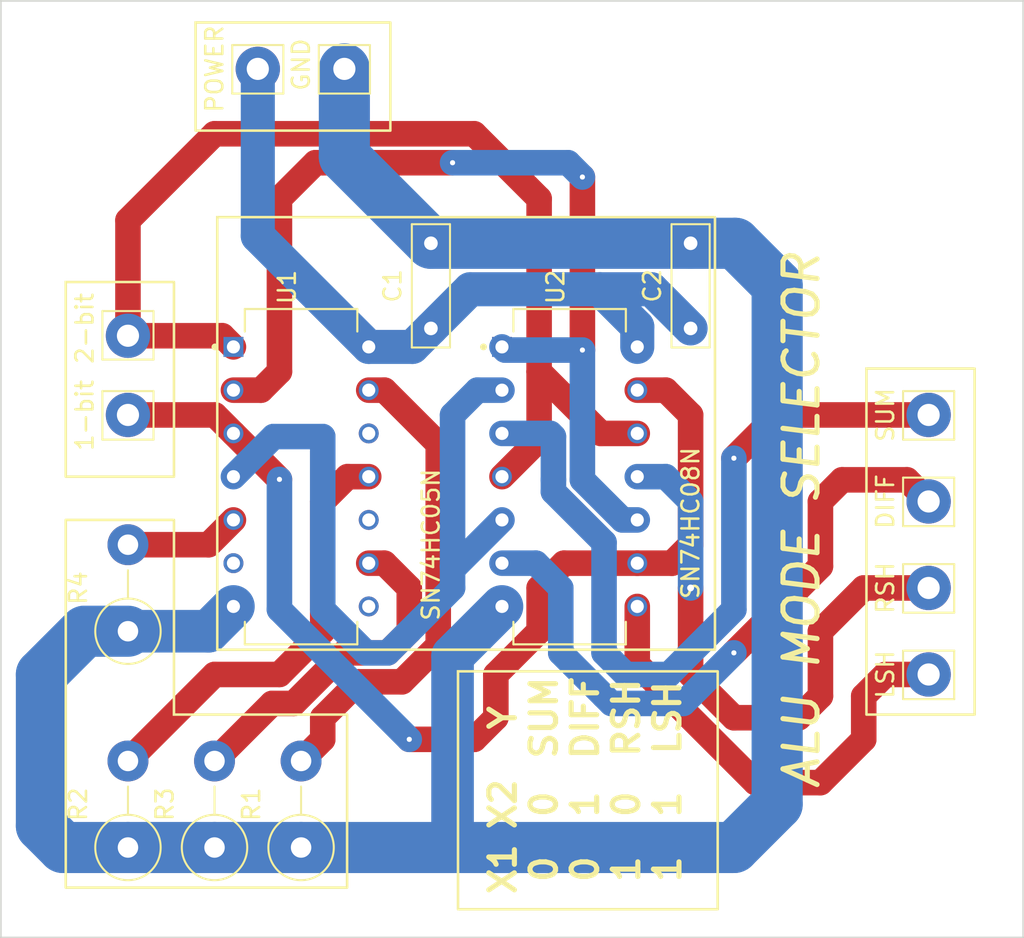
<source format=kicad_pcb>
(kicad_pcb (version 20211014) (generator pcbnew)
  (title_block (title "PCB of ALU mode selector") (date "2022-11-25"))
  (layers (0 "F.Cu" signal) (31 "B.Cu" signal) (34 "B.Paste" user) (35 "F.Paste" user) (36 "B.SilkS" user "B.Silkscreen") (37 "F.SilkS" user "F.Silkscreen") (38 "B.Mask" user) (39 "F.Mask" user) (44 "Edge.Cuts" user))
  (net 0 "")
  (net 1 "+5V")
  (net 2 "GND")
  (net 3 "Net-(J1-Pad1)")
  (net 4 "Net-(J3-Pad1)")
  (net 5 "Net-(U1-Pad2)")
  (net 6 "Net-(U1-Pad4)")
  (net 11 "Net-(R3-Pad2)")
  (net 12 "Net-(R4-Pad2)")
  (net 13 "Net-(J4-Pad1)")
  (net 14 "Net-(J2-Pad1)")
  (net 15 "Net-(J5-Pad1)")
  (net 16 "Net-(J6-Pad1)")
  (net 17 "Net-(R1-Pad2)")
  (net 18 "Net-(R2-Pad2)")
  (footprint "Resistor_THT:R_Axial_DIN0411_L9.9mm_D3.6mm_P5.08mm_Vertical" (layer "F.Cu") (at 91.28 81.465 90)
    (fp_text reference "R1" (at 2.54 -2.92 90) (layer "F.SilkS"))
    (fp_text value "R")
    (fp_line (start 1.92 0) (end 3.58 0) (layer "F.SilkS") (width 0.12))
    (fp_circle (center 0 0) (end 1.92 0) (layer "F.SilkS") (width 0.12) (fill none))
    (pad "1" thru_hole circle (at 0 0 90) (size 2.4 2.4) (drill 1.2) (layers *.Cu *.Mask) (net 2 "GND"))
    (pad "2" thru_hole oval (at 5.08 0 90) (size 2.4 2.4) (drill 1.2) (layers *.Cu *.Mask) (net 17 "Net-(R1-Pad2)"))
  )
  (footprint "footprints:DIP794W45P254L1969H508Q14" (layer "F.Cu") (at 107.04 59.69)
    (fp_text reference "U2" (at -0.825 -11.135 90) (layer "F.SilkS"))
    (fp_text value "SN74HC08N" (at 7.1 2.725 90) (layer "F.SilkS"))
    (fp_line (start -3.3 -8.525) (end -3.3 -9.845) (layer "F.SilkS") (width 0.127))
    (fp_line (start 3.3 -9.845) (end 3.3 -8.525) (layer "F.SilkS") (width 0.127))
    (fp_line (start 3.3 8.525) (end 3.3 9.845) (layer "F.SilkS") (width 0.127))
    (fp_line (start -3.3 -9.845) (end 3.3 -9.845) (layer "F.SilkS") (width 0.127))
    (fp_line (start -3.3 9.845) (end -3.3 8.525) (layer "F.SilkS") (width 0.127))
    (fp_line (start 3.3 9.845) (end -3.3 9.845) (layer "F.SilkS") (width 0.127))
    (fp_circle (center -5.055 -7.62) (end -4.955 -7.62) (layer "F.SilkS") (width 0.2) (fill none))
    (pad "1" thru_hole rect locked (at -3.97 -7.62) (size 1.17 1.17) (drill 0.77) (layers *.Cu *.Mask) (net 5 "Net-(U1-Pad2)"))
    (pad "2" thru_hole circle locked (at -3.97 -5.08) (size 1.17 1.17) (drill 0.77) (layers *.Cu *.Mask) (net 6 "Net-(U1-Pad4)"))
    (pad "3" thru_hole circle locked (at -3.97 -2.54) (size 1.17 1.17) (drill 0.77) (layers *.Cu *.Mask) (net 4 "Net-(J3-Pad1)"))
    (pad "4" thru_hole circle locked (at -3.97 0) (size 1.17 1.17) (drill 0.77) (layers *.Cu *.Mask) (net 3 "Net-(J1-Pad1)"))
    (pad "5" thru_hole circle locked (at -3.97 2.54) (size 1.17 1.17) (drill 0.77) (layers *.Cu *.Mask) (net 6 "Net-(U1-Pad4)"))
    (pad "6" thru_hole circle locked (at -3.97 5.08) (size 1.17 1.17) (drill 0.77) (layers *.Cu *.Mask) (net 13 "Net-(J4-Pad1)"))
    (pad "7" thru_hole circle locked (at -3.97 7.62) (size 1.17 1.17) (drill 0.77) (layers *.Cu *.Mask) (net 2 "GND"))
    (pad "8" thru_hole circle locked (at 3.97 7.62) (size 1.17 1.17) (drill 0.77) (layers *.Cu *.Mask) (net 15 "Net-(J5-Pad1)"))
    (pad "9" thru_hole circle locked (at 3.97 5.08) (size 1.17 1.17) (drill 0.77) (layers *.Cu *.Mask) (net 14 "Net-(J2-Pad1)"))
    (pad "10" thru_hole circle locked (at 3.97 2.54) (size 1.17 1.17) (drill 0.77) (layers *.Cu *.Mask) (net 5 "Net-(U1-Pad2)"))
    (pad "11" thru_hole circle locked (at 3.97 0) (size 1.17 1.17) (drill 0.77) (layers *.Cu *.Mask) (net 16 "Net-(J6-Pad1)"))
    (pad "12" thru_hole circle locked (at 3.97 -2.54) (size 1.17 1.17) (drill 0.77) (layers *.Cu *.Mask) (net 3 "Net-(J1-Pad1)"))
    (pad "13" thru_hole circle locked (at 3.97 -5.08) (size 1.17 1.17) (drill 0.77) (layers *.Cu *.Mask) (net 14 "Net-(J2-Pad1)"))
    (pad "14" thru_hole circle locked (at 3.97 -7.62) (size 1.17 1.17) (drill 0.77) (layers *.Cu *.Mask) (net 1 "+5V"))
  )
  (footprint "Connector_Pin:Pin_D1.3mm_L11.3mm_W2.8mm_Flat" (layer "F.Cu") (at 128.11 61.145)
    (fp_text reference "J4" hide)
    (fp_text value "DIFF" (at -2.54 0 90) (layer "F.SilkS"))
    (fp_line (start -1.5 -1.4) (end -1.5 1.45) (layer "F.SilkS") (width 0.12))
    (fp_line (start -1.5 1.45) (end 1.5 1.45) (layer "F.SilkS") (width 0.12))
    (fp_line (start 1.5 -1.4) (end 1.5 1.45) (layer "F.SilkS") (width 0.12))
    (fp_line (start -1.5 -1.4) (end 1.5 -1.4) (layer "F.SilkS") (width 0.12))
    (pad "1" thru_hole circle (at 0 0) (size 2.6 2.6) (drill 1.3) (layers *.Cu *.Mask) (net 13 "Net-(J4-Pad1)"))
  )
  (footprint "Connector_Pin:Pin_D1.3mm_L11.3mm_W2.8mm_Flat" (layer "F.Cu") (at 93.82 35.745)
    (fp_text reference "J7" hide)
    (fp_text value "GND" (at -2.54 -0.25 90) (layer "F.SilkS"))
    (fp_line (start -1.5 -1.4) (end -1.5 1.45) (layer "F.SilkS") (width 0.12))
    (fp_line (start -1.5 -1.4) (end 1.5 -1.4) (layer "F.SilkS") (width 0.12))
    (fp_line (start 1.5 -1.4) (end 1.5 1.45) (layer "F.SilkS") (width 0.12))
    (fp_line (start -1.5 1.45) (end 1.5 1.45) (layer "F.SilkS") (width 0.12))
    (pad "1" thru_hole circle (at 0 0) (size 2.6 2.6) (drill 1.3) (layers *.Cu *.Mask) (net 2 "GND"))
  )
  (footprint "Capacitor_THT:C_Rect_L7.0mm_W2.0mm_P5.00mm" (layer "F.Cu") (at 98.9 50.985 90)
    (fp_text reference "C1" (at 2.5 -2.25 90) (layer "F.SilkS"))
    (fp_text value "C")
    (fp_line (start -1.12 1.12) (end 6.12 1.12) (layer "F.SilkS") (width 0.12))
    (fp_line (start 6.12 -1.12) (end 6.12 1.12) (layer "F.SilkS") (width 0.12))
    (fp_line (start -1.12 -1.12) (end -1.12 1.12) (layer "F.SilkS") (width 0.12))
    (fp_line (start -1.12 -1.12) (end 6.12 -1.12) (layer "F.SilkS") (width 0.12))
    (pad "1" thru_hole circle (at 0 0 90) (size 1.6 1.6) (drill 0.8) (layers *.Cu *.Mask) (net 1 "+5V"))
    (pad "2" thru_hole circle (at 5 0 90) (size 1.6 1.6) (drill 0.8) (layers *.Cu *.Mask) (net 2 "GND"))
  )
  (footprint "Resistor_THT:R_Axial_DIN0411_L9.9mm_D3.6mm_P5.08mm_Vertical" (layer "F.Cu") (at 81.12 81.465 90)
    (fp_text reference "R2" (at 2.54 -2.92 90) (layer "F.SilkS"))
    (fp_text value "R")
    (fp_line (start 1.92 0) (end 3.58 0) (layer "F.SilkS") (width 0.12))
    (fp_circle (center 0 0) (end 1.92 0) (layer "F.SilkS") (width 0.12) (fill none))
    (pad "1" thru_hole circle (at 0 0 90) (size 2.4 2.4) (drill 1.2) (layers *.Cu *.Mask) (net 2 "GND"))
    (pad "2" thru_hole oval (at 5.08 0 90) (size 2.4 2.4) (drill 1.2) (layers *.Cu *.Mask) (net 18 "Net-(R2-Pad2)"))
  )
  (footprint "Connector_Pin:Pin_D1.3mm_L11.3mm_W2.8mm_Flat" (layer "F.Cu") (at 81.12 51.415 180)
    (fp_text reference "J1" hide)
    (fp_text value "2-bit" (at 2.54 0.43 270) (layer "F.SilkS"))
    (fp_line (start -1.5 -1.4) (end 1.5 -1.4) (layer "F.SilkS") (width 0.12))
    (fp_line (start 1.5 -1.4) (end 1.5 1.45) (layer "F.SilkS") (width 0.12))
    (fp_line (start -1.5 -1.4) (end -1.5 1.45) (layer "F.SilkS") (width 0.12))
    (fp_line (start -1.5 1.45) (end 1.5 1.45) (layer "F.SilkS") (width 0.12))
    (pad "1" thru_hole circle (at 0 0 180) (size 2.6 2.6) (drill 1.3) (layers *.Cu *.Mask) (net 3 "Net-(J1-Pad1)"))
  )
  (footprint "Resistor_THT:R_Axial_DIN0411_L9.9mm_D3.6mm_P5.08mm_Vertical" (layer "F.Cu") (at 86.2 81.465 90)
    (fp_text reference "R3" (at 2.54 -2.92 90) (layer "F.SilkS"))
    (fp_text value "R")
    (fp_line (start 1.92 0) (end 3.58 0) (layer "F.SilkS") (width 0.12))
    (fp_circle (center 0 0) (end 1.92 0) (layer "F.SilkS") (width 0.12) (fill none))
    (pad "1" thru_hole circle (at 0 0 90) (size 2.4 2.4) (drill 1.2) (layers *.Cu *.Mask) (net 2 "GND"))
    (pad "2" thru_hole oval (at 5.08 0 90) (size 2.4 2.4) (drill 1.2) (layers *.Cu *.Mask) (net 11 "Net-(R3-Pad2)"))
  )
  (footprint "Connector_Pin:Pin_D1.3mm_L11.3mm_W2.8mm_Flat" (layer "F.Cu") (at 128.11 66.225)
    (fp_text reference "J6" hide)
    (fp_text value "RSH" (at -2.54 0 90) (layer "F.SilkS"))
    (fp_line (start -1.5 -1.4) (end 1.5 -1.4) (layer "F.SilkS") (width 0.12))
    (fp_line (start -1.5 -1.4) (end -1.5 1.45) (layer "F.SilkS") (width 0.12))
    (fp_line (start -1.5 1.45) (end 1.5 1.45) (layer "F.SilkS") (width 0.12))
    (fp_line (start 1.5 -1.4) (end 1.5 1.45) (layer "F.SilkS") (width 0.12))
    (pad "1" thru_hole circle (at 0 0) (size 2.6 2.6) (drill 1.3) (layers *.Cu *.Mask) (net 16 "Net-(J6-Pad1)"))
  )
  (footprint "footprints:DIP794W45P254L1969H508Q14" (layer "F.Cu") (at 91.28 59.69)
    (fp_text reference "U1" (at -0.825 -11.135 90) (layer "F.SilkS"))
    (fp_text value "SN74HC05N" (at 7.62 3.995 90) (layer "F.SilkS"))
    (fp_line (start -3.3 9.845) (end -3.3 8.525) (layer "F.SilkS") (width 0.127))
    (fp_line (start -3.3 -8.525) (end -3.3 -9.845) (layer "F.SilkS") (width 0.127))
    (fp_line (start -3.3 -9.845) (end 3.3 -9.845) (layer "F.SilkS") (width 0.127))
    (fp_line (start 3.3 9.845) (end -3.3 9.845) (layer "F.SilkS") (width 0.127))
    (fp_line (start 3.3 8.525) (end 3.3 9.845) (layer "F.SilkS") (width 0.127))
    (fp_line (start 3.3 -9.845) (end 3.3 -8.525) (layer "F.SilkS") (width 0.127))
    (fp_circle (center -5.055 -7.62) (end -4.955 -7.62) (layer "F.SilkS") (width 0.2) (fill none))
    (pad "1" thru_hole rect locked (at -3.97 -7.62) (size 1.17 1.17) (drill 0.77) (layers *.Cu *.Mask) (net 3 "Net-(J1-Pad1)"))
    (pad "2" thru_hole circle locked (at -3.97 -5.08) (size 1.17 1.17) (drill 0.77) (layers *.Cu *.Mask) (net 5 "Net-(U1-Pad2)"))
    (pad "3" thru_hole circle locked (at -3.97 -2.54) (size 1.17 1.17) (drill 0.77) (layers *.Cu *.Mask) (net 14 "Net-(J2-Pad1)"))
    (pad "4" thru_hole circle locked (at -3.97 0) (size 1.17 1.17) (drill 0.77) (layers *.Cu *.Mask) (net 6 "Net-(U1-Pad4)"))
    (pad "5" thru_hole circle locked (at -3.97 2.54) (size 1.17 1.17) (drill 0.77) (layers *.Cu *.Mask) (net 12 "Net-(R4-Pad2)"))
    (pad "6" thru_hole circle locked (at -3.97 5.08) (size 1.17 1.17) (drill 0.77) (layers *.Cu *.Mask))
    (pad "7" thru_hole circle locked (at -3.97 7.62) (size 1.17 1.17) (drill 0.77) (layers *.Cu *.Mask) (net 2 "GND"))
    (pad "8" thru_hole circle locked (at 3.97 7.62) (size 1.17 1.17) (drill 0.77) (layers *.Cu *.Mask))
    (pad "9" thru_hole circle locked (at 3.97 5.08) (size 1.17 1.17) (drill 0.77) (layers *.Cu *.Mask) (net 11 "Net-(R3-Pad2)"))
    (pad "10" thru_hole circle locked (at 3.97 2.54) (size 1.17 1.17) (drill 0.77) (layers *.Cu *.Mask))
    (pad "11" thru_hole circle locked (at 3.97 0) (size 1.17 1.17) (drill 0.77) (layers *.Cu *.Mask) (net 18 "Net-(R2-Pad2)"))
    (pad "12" thru_hole circle locked (at 3.97 -2.54) (size 1.17 1.17) (drill 0.77) (layers *.Cu *.Mask))
    (pad "13" thru_hole circle locked (at 3.97 -5.08) (size 1.17 1.17) (drill 0.77) (layers *.Cu *.Mask) (net 17 "Net-(R1-Pad2)"))
    (pad "14" thru_hole circle locked (at 3.97 -7.62) (size 1.17 1.17) (drill 0.77) (layers *.Cu *.Mask) (net 1 "+5V"))
  )
  (footprint "Connector_Pin:Pin_D1.3mm_L11.3mm_W2.8mm_Flat" (layer "F.Cu") (at 128.11 56.065)
    (fp_text reference "J3" hide)
    (fp_text value "SUM" (at -2.54 0 90) (layer "F.SilkS"))
    (fp_line (start -1.5 -1.4) (end 1.5 -1.4) (layer "F.SilkS") (width 0.12))
    (fp_line (start 1.5 -1.4) (end 1.5 1.45) (layer "F.SilkS") (width 0.12))
    (fp_line (start -1.5 -1.4) (end -1.5 1.45) (layer "F.SilkS") (width 0.12))
    (fp_line (start -1.5 1.45) (end 1.5 1.45) (layer "F.SilkS") (width 0.12))
    (pad "1" thru_hole circle (at 0 0) (size 2.6 2.6) (drill 1.3) (layers *.Cu *.Mask) (net 4 "Net-(J3-Pad1)"))
  )
  (footprint "Connector_Pin:Pin_D1.3mm_L11.3mm_W2.8mm_Flat" (layer "F.Cu") (at 88.74 35.745)
    (fp_text reference "J8" hide)
    (fp_text value "POWER" (at -2.54 0 90) (layer "F.SilkS"))
    (fp_line (start -1.5 -1.4) (end -1.5 1.45) (layer "F.SilkS") (width 0.12))
    (fp_line (start -1.5 -1.4) (end 1.5 -1.4) (layer "F.SilkS") (width 0.12))
    (fp_line (start 1.5 -1.4) (end 1.5 1.45) (layer "F.SilkS") (width 0.12))
    (fp_line (start -1.5 1.45) (end 1.5 1.45) (layer "F.SilkS") (width 0.12))
    (pad "1" thru_hole circle (at 0 0) (size 2.6 2.6) (drill 1.3) (layers *.Cu *.Mask) (net 1 "+5V"))
  )
  (footprint "Capacitor_THT:C_Rect_L7.0mm_W2.0mm_P5.00mm" (layer "F.Cu") (at 114.14 50.985 90)
    (fp_text reference "C2" (at 2.5 -2.25 90) (layer "F.SilkS"))
    (fp_text value "C")
    (fp_line (start -1.12 -1.12) (end -1.12 1.12) (layer "F.SilkS") (width 0.12))
    (fp_line (start -1.12 1.12) (end 6.12 1.12) (layer "F.SilkS") (width 0.12))
    (fp_line (start -1.12 -1.12) (end 6.12 -1.12) (layer "F.SilkS") (width 0.12))
    (fp_line (start 6.12 -1.12) (end 6.12 1.12) (layer "F.SilkS") (width 0.12))
    (pad "1" thru_hole circle (at 0 0 90) (size 1.6 1.6) (drill 0.8) (layers *.Cu *.Mask) (net 1 "+5V"))
    (pad "2" thru_hole circle (at 5 0 90) (size 1.6 1.6) (drill 0.8) (layers *.Cu *.Mask) (net 2 "GND"))
  )
  (footprint "Resistor_THT:R_Axial_DIN0411_L9.9mm_D3.6mm_P5.08mm_Vertical" (layer "F.Cu") (at 81.12 68.765 90)
    (fp_text reference "R4" (at 2.54 -2.92 90) (layer "F.SilkS"))
    (fp_text value "R")
    (fp_line (start 1.92 0) (end 3.58 0) (layer "F.SilkS") (width 0.12))
    (fp_circle (center 0 0) (end 1.92 0) (layer "F.SilkS") (width 0.12) (fill none))
    (pad "1" thru_hole circle (at 0 0 90) (size 2.4 2.4) (drill 1.2) (layers *.Cu *.Mask) (net 2 "GND"))
    (pad "2" thru_hole oval (at 5.08 0 90) (size 2.4 2.4) (drill 1.2) (layers *.Cu *.Mask) (net 12 "Net-(R4-Pad2)"))
  )
  (footprint "Connector_Pin:Pin_D1.3mm_L11.3mm_W2.8mm_Flat" (layer "F.Cu") (at 81.12 56.065)
    (fp_text reference "J2" hide)
    (fp_text value "1-bit" (at -2.54 0.025 90) (layer "F.SilkS"))
    (fp_line (start -1.5 -1.4) (end 1.5 -1.4) (layer "F.SilkS") (width 0.12))
    (fp_line (start -1.5 -1.4) (end -1.5 1.45) (layer "F.SilkS") (width 0.12))
    (fp_line (start -1.5 1.45) (end 1.5 1.45) (layer "F.SilkS") (width 0.12))
    (fp_line (start 1.5 -1.4) (end 1.5 1.45) (layer "F.SilkS") (width 0.12))
    (pad "1" thru_hole circle (at 0 0) (size 2.6 2.6) (drill 1.3) (layers *.Cu *.Mask) (net 14 "Net-(J2-Pad1)"))
  )
  (footprint "Connector_Pin:Pin_D1.3mm_L11.3mm_W2.8mm_Flat" (layer "F.Cu") (at 128.11 71.305)
    (fp_text reference "J5" hide)
    (fp_text value "LSH" (at -2.54 0 90) (layer "F.SilkS"))
    (fp_line (start -1.5 -1.4) (end 1.5 -1.4) (layer "F.SilkS") (width 0.12))
    (fp_line (start -1.5 1.45) (end 1.5 1.45) (layer "F.SilkS") (width 0.12))
    (fp_line (start -1.5 -1.4) (end -1.5 1.45) (layer "F.SilkS") (width 0.12))
    (fp_line (start 1.5 -1.4) (end 1.5 1.45) (layer "F.SilkS") (width 0.12))
    (pad "1" thru_hole circle (at 0 0) (size 2.6 2.6) (drill 1.3) (layers *.Cu *.Mask) (net 15 "Net-(J5-Pad1)"))
  )
  (gr_rect (start 77.47 48.26) (end 83.82 59.69) (layer "F.SilkS") (width 0.15) (fill none))
  (gr_rect (start 86.36 44.45) (end 115.57 69.85) (layer "F.SilkS") (width 0.15) (fill none))
  (gr_rect (start 85.09 33.02) (end 96.52 39.37) (layer "F.SilkS") (width 0.15) (fill none))
  (gr_rect (start 124.46 53.34) (end 130.81 73.66) (layer "F.SilkS") (width 0.15) (fill none))
  (gr_poly locked (pts (xy 83.82 73.66) (xy 93.98 73.66) (xy 93.98 83.82) (xy 77.47 83.82) (xy 77.47 62.23) (xy 83.82 62.23)) (layer "F.SilkS") (width 0.15) (fill none))
  (gr_rect (start 100.49 71.12) (end 115.73 85.09) (layer "F.SilkS") (width 0.15) (fill none))
  (gr_rect (start 73.66 31.75) (end 133.66 86.75) (layer "Edge.Cuts") (width 0.1) (fill none))
  (gr_text "X1\n0\n0\n1\n1" (at 107.95 82.735 90) (layer "F.SilkS") (effects (font (size 1.5 1.5) (thickness 0.3))))
  (gr_text "Y\nSUM\nDIFF\nRSH\nLSH" (at 107.95 73.845 90) (layer "F.SilkS") (effects (font (size 1.5 1.5) (thickness 0.3))))
  (gr_text "X2\n0\n1\n0\n1" (at 107.95 78.925 90) (layer "F.SilkS") (effects (font (size 1.5 1.5) (thickness 0.3))))
  (gr_text "ALU MODE SELECTOR" (at 120.65 62.23 90) (layer "F.SilkS") (effects (font (size 2 2) (thickness 0.3) italic)))
  (segment (start 101.2 48.685) (end 108.82 48.685) (width 2) (layer "B.Cu") (net 1))
  (segment (start 95.25 52.07) (end 97.815 52.07) (width 2) (layer "B.Cu") (net 1))
  (segment (start 111.84 48.685) (end 114.14 50.985) (width 2) (layer "B.Cu") (net 1))
  (segment (start 98.9 50.985) (end 101.2 48.685) (width 2) (layer "B.Cu") (net 1))
  (segment (start 111.01 50.875) (end 111.01 52.07) (width 2) (layer "B.Cu") (net 1))
  (segment (start 108.82 48.685) (end 111.84 48.685) (width 2) (layer "B.Cu") (net 1))
  (segment (start 88.74 35.745) (end 88.74 45.56) (width 2) (layer "B.Cu") (net 1))
  (segment (start 108.82 48.685) (end 111.01 50.875) (width 2) (layer "B.Cu") (net 1))
  (segment (start 97.815 52.07) (end 98.9 50.985) (width 2) (layer "B.Cu") (net 1))
  (segment (start 88.74 45.56) (end 95.25 52.07) (width 2) (layer "B.Cu") (net 1))
  (segment (start 119.22 48.445) (end 119.22 78.925) (width 3) (layer "B.Cu") (net 2))
  (segment (start 76.04 80.195) (end 76.04 71.305) (width 3) (layer "B.Cu") (net 2))
  (segment (start 100.17 81.465) (end 100.17 70.21) (width 2.5) (layer "B.Cu") (net 2))
  (segment (start 86.2 81.465) (end 81.12 81.465) (width 3) (layer "B.Cu") (net 2))
  (segment (start 100.17 81.465) (end 116.68 81.465) (width 3) (layer "B.Cu") (net 2))
  (segment (start 76.04 71.305) (end 78.58 68.765) (width 3) (layer "B.Cu") (net 2))
  (segment (start 93.82 40.905) (end 98.9 45.985) (width 3) (layer "B.Cu") (net 2))
  (segment (start 100.17 70.21) (end 103.07 67.31) (width 2.5) (layer "B.Cu") (net 2))
  (segment (start 81.12 81.465) (end 77.31 81.465) (width 3) (layer "B.Cu") (net 2))
  (segment (start 116.76 45.985) (end 119.22 48.445) (width 3) (layer "B.Cu") (net 2))
  (segment (start 91.28 81.465) (end 86.2 81.465) (width 3) (layer "B.Cu") (net 2))
  (segment (start 81.12 68.765) (end 85.855 68.765) (width 2.5) (layer "B.Cu") (net 2))
  (segment (start 119.22 78.925) (end 116.68 81.465) (width 3) (layer "B.Cu") (net 2))
  (segment (start 100.17 81.465) (end 91.28 81.465) (width 3) (layer "B.Cu") (net 2))
  (segment (start 85.855 68.765) (end 87.31 67.31) (width 2.5) (layer "B.Cu") (net 2))
  (segment (start 78.58 68.765) (end 81.12 68.765) (width 3) (layer "B.Cu") (net 2))
  (segment (start 93.82 35.745) (end 93.82 40.905) (width 3) (layer "B.Cu") (net 2))
  (segment (start 77.31 81.465) (end 76.04 80.195) (width 3) (layer "B.Cu") (net 2))
  (segment (start 98.9 45.985) (end 114.14 45.985) (width 3) (layer "B.Cu") (net 2))
  (segment (start 114.14 45.985) (end 116.76 45.985) (width 3) (layer "B.Cu") (net 2))
  (segment (start 101.44 39.555) (end 105.25 43.365) (width 1.5) (layer "F.Cu") (net 3))
  (segment (start 105.25 53.525) (end 105.25 57.51) (width 1.5) (layer "F.Cu") (net 3))
  (segment (start 86.655 51.415) (end 87.31 52.07) (width 1.5) (layer "F.Cu") (net 3))
  (segment (start 108.875 57.15) (end 111.01 57.15) (width 1.5) (layer "F.Cu") (net 3))
  (segment (start 105.25 43.365) (end 105.25 53.525) (width 1.5) (layer "F.Cu") (net 3))
  (segment (start 86.2 39.555) (end 101.44 39.555) (width 1.5) (layer "F.Cu") (net 3))
  (segment (start 81.12 44.635) (end 86.2 39.555) (width 1.5) (layer "F.Cu") (net 3))
  (segment (start 81.12 51.415) (end 86.655 51.415) (width 1.5) (layer "F.Cu") (net 3))
  (segment (start 105.25 53.525) (end 108.875 57.15) (width 1.5) (layer "F.Cu") (net 3))
  (segment (start 105.25 57.51) (end 103.07 59.69) (width 1.5) (layer "F.Cu") (net 3))
  (segment (start 81.12 51.415) (end 81.12 44.635) (width 1.5) (layer "F.Cu") (net 3))
  (segment (start 119.22 56.065) (end 128.11 56.065) (width 1.5) (layer "F.Cu") (net 4))
  (segment (start 116.68 58.605) (end 119.22 56.065) (width 1.5) (layer "F.Cu") (net 4))
  (via (at 116.68 58.605) (size 0.8) (drill 0.3) (layers "F.Cu" "B.Cu") (net 4))
  (segment (start 103.07 57.15) (end 105.905 57.15) (width 1.5) (layer "B.Cu") (net 4))
  (segment (start 106.09 60.579164) (end 109.06 63.549164) (width 1.5) (layer "B.Cu") (net 4))
  (segment (start 116.68 67.495) (end 116.68 58.605) (width 1.5) (layer "B.Cu") (net 4))
  (segment (start 109.06 63.549164) (end 109.06 70.035) (width 1.5) (layer "B.Cu") (net 4))
  (segment (start 110.33 71.305) (end 112.87 71.305) (width 1.5) (layer "B.Cu") (net 4))
  (segment (start 106.09 57.335) (end 106.09 59.875) (width 1.5) (layer "B.Cu") (net 4))
  (segment (start 112.87 71.305) (end 116.68 67.495) (width 1.5) (layer "B.Cu") (net 4))
  (segment (start 105.905 57.15) (end 106.09 57.335) (width 1.5) (layer "B.Cu") (net 4))
  (segment (start 109.06 70.035) (end 110.33 71.305) (width 1.5) (layer "B.Cu") (net 4))
  (segment (start 106.09 59.875) (end 106.09 60.579164) (width 1.5) (layer "B.Cu") (net 4))
  (segment (start 90.01 53.525) (end 90.01 43.365) (width 1.5) (layer "F.Cu") (net 5))
  (segment (start 90.01 43.365) (end 92.12 41.255) (width 1.5) (layer "F.Cu") (net 5))
  (segment (start 88.925 54.61) (end 90.01 53.525) (width 1.5) (layer "F.Cu") (net 5))
  (segment (start 92.12 41.255) (end 92.55 41.255) (width 1.5) (layer "F.Cu") (net 5))
  (segment (start 92.55 41.255) (end 100.17 41.255) (width 1.5) (layer "F.Cu") (net 5))
  (segment (start 107.79 42.095) (end 107.79 52.255) (width 1.5) (layer "F.Cu") (net 5))
  (segment (start 87.31 54.61) (end 88.925 54.61) (width 1.5) (layer "F.Cu") (net 5))
  (via (at 107.79 52.255) (size 0.8) (drill 0.3) (layers "F.Cu" "B.Cu") (net 5))
  (via (at 100.17 41.255) (size 0.8) (drill 0.3) (layers "F.Cu" "B.Cu") (net 5))
  (via (at 107.79 42.095) (size 0.8) (drill 0.3) (layers "F.Cu" "B.Cu") (net 5))
  (segment (start 100.17 41.255) (end 106.95 41.255) (width 1.5) (layer "B.Cu") (net 5))
  (segment (start 103.255 52.255) (end 103.07 52.07) (width 1.5) (layer "B.Cu") (net 5))
  (segment (start 107.79 52.255) (end 107.79 59.875) (width 1.5) (layer "B.Cu") (net 5))
  (segment (start 107.79 52.255) (end 103.255 52.255) (width 1.5) (layer "B.Cu") (net 5))
  (segment (start 110.145 62.23) (end 111.01 62.23) (width 1.5) (layer "B.Cu") (net 5))
  (segment (start 107.79 59.875) (end 110.145 62.23) (width 1.5) (layer "B.Cu") (net 5))
  (segment (start 106.95 41.255) (end 107.79 42.095) (width 1.5) (layer "B.Cu") (net 5))
  (segment (start 100.17 64.955) (end 100.345 64.955) (width 1.5) (layer "B.Cu") (net 6))
  (segment (start 92.55 57.335) (end 92.55 67.495) (width 1.5) (layer "B.Cu") (net 6))
  (segment (start 100.17 66.225) (end 100.17 64.955) (width 1.5) (layer "B.Cu") (net 6))
  (segment (start 87.31 59.69) (end 89.665 57.335) (width 1.5) (layer "B.Cu") (net 6))
  (segment (start 92.55 67.495) (end 95.09 70.035) (width 1.5) (layer "B.Cu") (net 6))
  (segment (start 100.17 56.065) (end 101.625 54.61) (width 1.5) (layer "B.Cu") (net 6))
  (segment (start 100.17 64.955) (end 100.17 56.065) (width 1.5) (layer "B.Cu") (net 6))
  (segment (start 96.36 70.035) (end 100.17 66.225) (width 1.5) (layer "B.Cu") (net 6))
  (segment (start 100.345 64.955) (end 103.07 62.23) (width 1.5) (layer "B.Cu") (net 6))
  (segment (start 95.09 70.035) (end 96.36 70.035) (width 1.5) (layer "B.Cu") (net 6))
  (segment (start 89.665 57.335) (end 92.55 57.335) (width 1.5) (layer "B.Cu") (net 6))
  (segment (start 101.625 54.61) (end 103.07 54.61) (width 1.5) (layer "B.Cu") (net 6))
  (segment (start 89.58 73.005) (end 90.85 73.005) (width 1.5) (layer "F.Cu") (net 11))
  (segment (start 93.82 70.035) (end 96.36 70.035) (width 1.5) (layer "F.Cu") (net 11))
  (segment (start 90.85 73.005) (end 93.82 70.035) (width 1.5) (layer "F.Cu") (net 11))
  (segment (start 96.36 70.035) (end 97.63 68.765) (width 1.5) (layer "F.Cu") (net 11))
  (segment (start 97.63 66.225) (end 96.175 64.77) (width 1.5) (layer "F.Cu") (net 11))
  (segment (start 86.2 76.385) (end 89.58 73.005) (width 1.5) (layer "F.Cu") (net 11))
  (segment (start 97.63 68.765) (end 97.63 66.225) (width 1.5) (layer "F.Cu") (net 11))
  (segment (start 96.175 64.77) (end 95.25 64.77) (width 1.5) (layer "F.Cu") (net 11))
  (segment (start 85.855 63.685) (end 87.31 62.23) (width 1.5) (layer "F.Cu") (net 12))
  (segment (start 81.12 63.685) (end 85.855 63.685) (width 1.5) (layer "F.Cu") (net 12))
  (segment (start 123.03 59.875) (end 126.84 59.875) (width 1.5) (layer "F.Cu") (net 13))
  (segment (start 116.68 70.035) (end 121.76 64.955) (width 1.5) (layer "F.Cu") (net 13))
  (segment (start 121.76 64.955) (end 121.76 61.145) (width 1.5) (layer "F.Cu") (net 13))
  (segment (start 121.76 61.145) (end 123.03 59.875) (width 1.5) (layer "F.Cu") (net 13))
  (segment (start 126.84 59.875) (end 128.11 61.145) (width 1.5) (layer "F.Cu") (net 13))
  (via (at 116.68 70.035) (size 0.8) (drill 0.3) (layers "F.Cu" "B.Cu") (net 13))
  (segment (start 106.52 66.225) (end 106.52 70.035) (width 1.5) (layer "B.Cu") (net 13))
  (segment (start 113.71 73.005) (end 116.68 70.035) (width 1.5) (layer "B.Cu") (net 13))
  (segment (start 106.52 70.035) (end 109.06 72.575) (width 1.5) (layer "B.Cu") (net 13))
  (segment (start 109.06 72.575) (end 109.49 73.005) (width 1.5) (layer "B.Cu") (net 13))
  (segment (start 103.07 64.77) (end 105.065 64.77) (width 1.5) (layer "B.Cu") (net 13))
  (segment (start 105.065 64.77) (end 106.52 66.225) (width 1.5) (layer "B.Cu") (net 13))
  (segment (start 109.49 73.005) (end 113.71 73.005) (width 1.5) (layer "B.Cu") (net 13))
  (segment (start 105.25 68.765) (end 105.25 66.225) (width 1.5) (layer "F.Cu") (net 14))
  (segment (start 81.12 56.065) (end 86.225 56.065) (width 1.5) (layer "F.Cu") (net 14))
  (segment (start 102.71 71.305) (end 105.25 68.765) (width 1.5) (layer "F.Cu") (net 14))
  (segment (start 87.31 57.15) (end 90.01 59.85) (width 1.5) (layer "F.Cu") (net 14))
  (segment (start 86.225 56.065) (end 87.31 57.15) (width 1.5) (layer "F.Cu") (net 14))
  (segment (start 114.14 63.685) (end 114.14 56.065) (width 1.5) (layer "F.Cu") (net 14))
  (segment (start 101.44 75.115) (end 102.71 73.845) (width 1.5) (layer "F.Cu") (net 14))
  (segment (start 102.71 73.845) (end 102.71 71.305) (width 1.5) (layer "F.Cu") (net 14))
  (segment (start 97.63 75.115) (end 101.44 75.115) (width 1.5) (layer "F.Cu") (net 14))
  (segment (start 114.14 56.065) (end 112.685 54.61) (width 1.5) (layer "F.Cu") (net 14))
  (segment (start 113.055 64.77) (end 114.14 63.685) (width 1.5) (layer "F.Cu") (net 14))
  (segment (start 111.01 64.77) (end 113.055 64.77) (width 1.5) (layer "F.Cu") (net 14))
  (segment (start 112.685 54.61) (end 111.01 54.61) (width 1.5) (layer "F.Cu") (net 14))
  (segment (start 106.705 64.77) (end 111.01 64.77) (width 1.5) (layer "F.Cu") (net 14))
  (segment (start 105.25 66.225) (end 106.705 64.77) (width 1.5) (layer "F.Cu") (net 14))
  (via (at 90.01 59.85) (size 0.8) (drill 0.3) (layers "F.Cu" "B.Cu") (net 14))
  (via (at 97.63 75.115) (size 0.8) (drill 0.3) (layers "F.Cu" "B.Cu") (net 14))
  (segment (start 90.01 67.495) (end 97.63 75.115) (width 1.5) (layer "B.Cu") (net 14))
  (segment (start 90.01 59.85) (end 90.01 67.495) (width 1.5) (layer "B.Cu") (net 14))
  (segment (start 125.57 71.305) (end 128.11 71.305) (width 1.5) (layer "F.Cu") (net 15))
  (segment (start 111.01 70.715) (end 117.95 77.655) (width 1.5) (layer "F.Cu") (net 15))
  (segment (start 124.3 72.575) (end 125.57 71.305) (width 1.5) (layer "F.Cu") (net 15))
  (segment (start 121.76 77.655) (end 124.3 75.115) (width 1.5) (layer "F.Cu") (net 15))
  (segment (start 117.95 77.655) (end 121.76 77.655) (width 1.5) (layer "F.Cu") (net 15))
  (segment (start 111.01 67.31) (end 111.01 70.715) (width 1.5) (layer "F.Cu") (net 15))
  (segment (start 124.3 75.115) (end 124.3 72.575) (width 1.5) (layer "F.Cu") (net 15))
  (segment (start 121.76 72.575) (end 121.76 68.765) (width 1.5) (layer "F.Cu") (net 16))
  (segment (start 114.14 71.305) (end 116.68 73.845) (width 1.5) (layer "F.Cu") (net 16))
  (segment (start 124.3 66.225) (end 128.11 66.225) (width 1.5) (layer "F.Cu") (net 16))
  (segment (start 121.76 68.765) (end 124.3 66.225) (width 1.5) (layer "F.Cu") (net 16))
  (segment (start 114.14 66.225) (end 114.14 71.305) (width 1.5) (layer "F.Cu") (net 16))
  (segment (start 116.68 73.845) (end 120.49 73.845) (width 1.5) (layer "F.Cu") (net 16))
  (segment (start 120.49 73.845) (end 121.76 72.575) (width 1.5) (layer "F.Cu") (net 16))
  (via (at 114.14 66.225) (size 0.8) (drill 0.4) (layers "F.Cu" "B.Cu") (net 16))
  (segment (start 114.14 61.145) (end 114.14 66.225) (width 1.5) (layer "B.Cu") (net 16))
  (segment (start 111.01 59.69) (end 112.685 59.69) (width 1.5) (layer "B.Cu") (net 16))
  (segment (start 112.685 59.69) (end 114.14 61.145) (width 1.5) (layer "B.Cu") (net 16))
  (segment (start 97.2 71.735) (end 99.33 69.605) (width 1.5) (layer "F.Cu") (net 17))
  (segment (start 99.33 69.605) (end 99.33 57.765) (width 1.5) (layer "F.Cu") (net 17))
  (segment (start 91.28 76.385) (end 92.55 75.115) (width 1.5) (layer "F.Cu") (net 17))
  (segment (start 94.66 71.735) (end 97.2 71.735) (width 1.5) (layer "F.Cu") (net 17))
  (segment (start 92.55 73.845) (end 94.66 71.735) (width 1.5) (layer "F.Cu") (net 17))
  (segment (start 92.55 75.115) (end 92.55 73.845) (width 1.5) (layer "F.Cu") (net 17))
  (segment (start 96.175 54.61) (end 95.25 54.61) (width 1.5) (layer "F.Cu") (net 17))
  (segment (start 99.33 57.765) (end 96.175 54.61) (width 1.5) (layer "F.Cu") (net 17))
  (segment (start 92.55 61.145) (end 94.005 59.69) (width 1.5) (layer "F.Cu") (net 18))
  (segment (start 94.005 59.69) (end 95.25 59.69) (width 1.5) (layer "F.Cu") (net 18))
  (segment (start 86.2 71.305) (end 90.01 71.305) (width 1.5) (layer "F.Cu") (net 18))
  (segment (start 92.55 68.765) (end 92.55 61.145) (width 1.5) (layer "F.Cu") (net 18))
  (segment (start 81.12 76.385) (end 86.2 71.305) (width 1.5) (layer "F.Cu") (net 18))
  (segment (start 90.01 71.305) (end 92.55 68.765) (width 1.5) (layer "F.Cu") (net 18))
)
</source>
